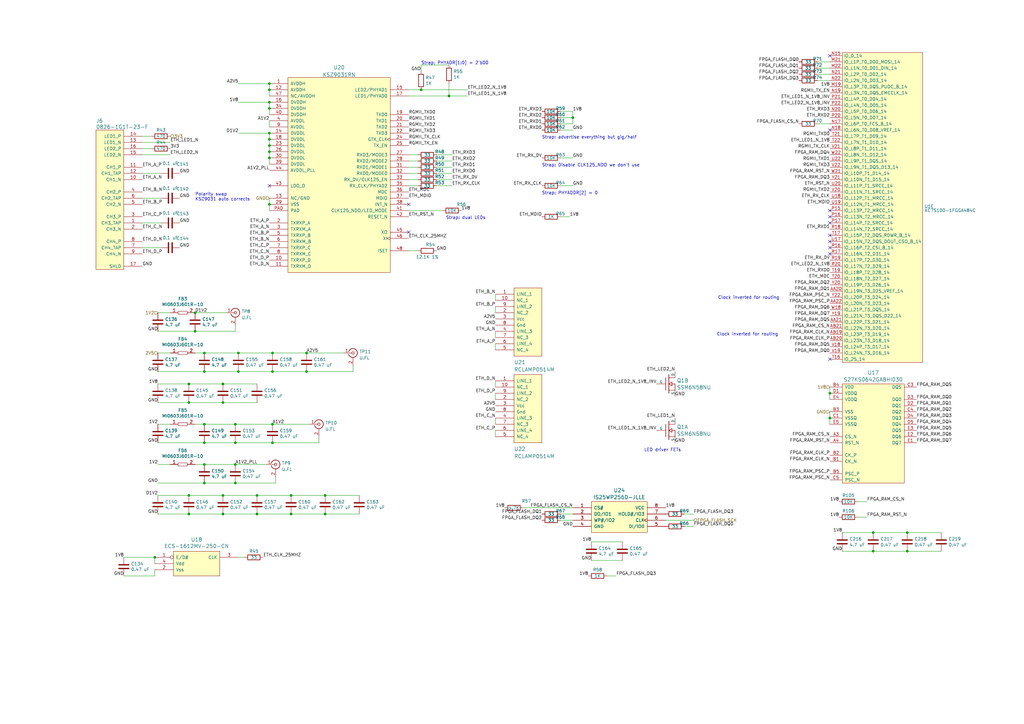
<source format=kicad_sch>
(kicad_sch (version 20231120) (generator "eeschema") (generator_version "8.0")
  (paper "A3")
  (title_block (title "DUMPTRUCK flash dumper") (date "2024-10-23") (rev "0.1") (company "Antikernel Labs") (comment 1 "Andrew D. Zonenberg"))
  (junction (at 372.11 226.06))
  (junction (at 80.01 128.27))
  (junction (at 105.41 210.82))
  (junction (at 105.41 203.2))
  (junction (at 133.35 210.82))
  (junction (at 96.52 173.99))
  (junction (at 110.49 44.45))
  (junction (at 125.73 152.4))
  (junction (at 358.14 218.44))
  (junction (at 111.76 152.4))
  (junction (at 96.52 181.61))
  (junction (at 110.49 59.69))
  (junction (at 110.49 41.91))
  (junction (at 125.73 144.78))
  (junction (at 83.82 144.78))
  (junction (at 97.79 144.78))
  (junction (at 358.14 226.06))
  (junction (at 83.82 181.61))
  (junction (at 184.15 39.37))
  (junction (at 80.01 135.89))
  (junction (at 110.49 57.15))
  (junction (at 110.49 62.23))
  (junction (at 97.79 152.4))
  (junction (at 133.35 203.2))
  (junction (at 77.47 165.1))
  (junction (at 77.47 203.2))
  (junction (at 83.82 173.99))
  (junction (at 77.47 210.82))
  (junction (at 110.49 64.77))
  (junction (at 110.49 83.82))
  (junction (at 111.76 173.99))
  (junction (at 96.52 198.12))
  (junction (at 83.82 190.5))
  (junction (at 340.36 161.29))
  (junction (at 110.49 34.29))
  (junction (at 119.38 203.2))
  (junction (at 96.52 190.5))
  (junction (at 91.44 210.82))
  (junction (at 110.49 54.61))
  (junction (at 83.82 198.12))
  (junction (at 372.11 218.44))
  (junction (at 111.76 144.78))
  (junction (at 119.38 210.82))
  (junction (at 77.47 157.48))
  (junction (at 83.82 152.4))
  (junction (at 172.72 36.83))
  (junction (at 340.36 171.45))
  (junction (at 91.44 157.48))
  (junction (at 91.44 203.2))
  (junction (at 91.44 165.1))
  (junction (at 234.95 48.26))
  (junction (at 63.5 228.6))
  (junction (at 110.49 36.83))
  (junction (at 111.76 181.61))
  (no_connect (at 340.36 88.9))
  (no_connect (at 340.36 147.32))
  (no_connect (at 167.64 83.82))
  (no_connect (at 167.64 95.25))
  (no_connect (at 340.36 101.6))
  (no_connect (at 340.36 104.14))
  (no_connect (at 340.36 91.44))
  (no_connect (at 340.36 99.06))
  (no_connect (at 340.36 53.34))
  (no_connect (at 110.49 76.2))
  (no_connect (at 340.36 96.52))
  (no_connect (at 340.36 86.36))
  (no_connect (at 340.36 22.86))
  (wire (pts (xy 64.77 165.1) (xy 77.47 165.1)))
  (wire (pts (xy 229.87 50.8) (xy 234.95 50.8)))
  (wire (pts (xy 50.8 228.6) (xy 63.5 228.6)))
  (wire (pts (xy 229.87 213.36) (xy 234.95 213.36)))
  (wire (pts (xy 83.82 198.12) (xy 96.52 198.12)))
  (wire (pts (xy 125.73 152.4) (xy 144.78 152.4)))
  (wire (pts (xy 83.82 173.99) (xy 80.01 173.99)))
  (wire (pts (xy 203.2 135.89) (xy 203.2 138.43)))
  (wire (pts (xy 133.35 203.2) (xy 119.38 203.2)))
  (wire (pts (xy 345.44 218.44) (xy 358.14 218.44)))
  (wire (pts (xy 83.82 190.5) (xy 80.01 190.5)))
  (wire (pts (xy 91.44 165.1) (xy 105.41 165.1)))
  (wire (pts (xy 63.5 228.6) (xy 63.5 231.14)))
  (wire (pts (xy 110.49 36.83) (xy 110.49 39.37)))
  (wire (pts (xy 66.04 71.12) (xy 58.42 71.12)))
  (wire (pts (xy 171.45 68.58) (xy 167.64 68.58)))
  (wire (pts (xy 234.95 50.8) (xy 234.95 48.26)))
  (wire (pts (xy 91.44 203.2) (xy 77.47 203.2)))
  (wire (pts (xy 340.36 161.29) (xy 340.36 163.83)))
  (wire (pts (xy 80.01 135.89) (xy 96.52 135.89)))
  (wire (pts (xy 167.64 36.83) (xy 172.72 36.83)))
  (wire (pts (xy 69.85 190.5) (xy 64.77 190.5)))
  (wire (pts (xy 335.28 25.4) (xy 340.36 25.4)))
  (wire (pts (xy 125.73 144.78) (xy 111.76 144.78)))
  (wire (pts (xy 83.82 181.61) (xy 96.52 181.61)))
  (wire (pts (xy 96.52 181.61) (xy 111.76 181.61)))
  (wire (pts (xy 119.38 203.2) (xy 105.41 203.2)))
  (wire (pts (xy 273.05 213.36) (xy 284.48 213.36)))
  (wire (pts (xy 184.15 39.37) (xy 191.77 39.37)))
  (wire (pts (xy 203.2 156.21) (xy 203.2 158.75)))
  (wire (pts (xy 64.77 128.27) (xy 69.85 128.27)))
  (wire (pts (xy 335.28 27.94) (xy 340.36 27.94)))
  (wire (pts (xy 351.79 212.09) (xy 355.6 212.09)))
  (wire (pts (xy 110.49 34.29) (xy 110.49 36.83)))
  (wire (pts (xy 203.2 120.65) (xy 203.2 123.19)))
  (wire (pts (xy 242.57 229.87) (xy 255.27 229.87)))
  (wire (pts (xy 66.04 81.28) (xy 58.42 81.28)))
  (wire (pts (xy 58.42 63.5) (xy 69.85 63.5)))
  (wire (pts (xy 105.41 203.2) (xy 91.44 203.2)))
  (wire (pts (xy 113.03 198.12) (xy 113.03 195.58)))
  (wire (pts (xy 181.61 86.36) (xy 167.64 86.36)))
  (wire (pts (xy 119.38 210.82) (xy 133.35 210.82)))
  (wire (pts (xy 234.95 64.77) (xy 229.87 64.77)))
  (wire (pts (xy 100.33 228.6) (xy 97.79 228.6)))
  (wire (pts (xy 203.2 171.45) (xy 203.2 173.99)))
  (wire (pts (xy 147.32 203.2) (xy 133.35 203.2)))
  (wire (pts (xy 191.77 36.83) (xy 172.72 36.83)))
  (wire (pts (xy 229.87 45.72) (xy 234.95 45.72)))
  (wire (pts (xy 179.07 73.66) (xy 185.42 73.66)))
  (wire (pts (xy 83.82 152.4) (xy 97.79 152.4)))
  (wire (pts (xy 130.81 181.61) (xy 130.81 179.07)))
  (wire (pts (xy 64.77 210.82) (xy 77.47 210.82)))
  (wire (pts (xy 340.36 168.91) (xy 340.36 171.45)))
  (wire (pts (xy 80.01 144.78) (xy 83.82 144.78)))
  (wire (pts (xy 62.23 60.96) (xy 58.42 60.96)))
  (wire (pts (xy 335.28 30.48) (xy 340.36 30.48)))
  (wire (pts (xy 63.5 236.22) (xy 63.5 233.68)))
  (wire (pts (xy 171.45 63.5) (xy 167.64 63.5)))
  (wire (pts (xy 229.87 48.26) (xy 234.95 48.26)))
  (wire (pts (xy 171.45 76.2) (xy 167.64 76.2)))
  (wire (pts (xy 171.45 73.66) (xy 167.64 73.66)))
  (wire (pts (xy 64.77 152.4) (xy 83.82 152.4)))
  (wire (pts (xy 172.72 26.67) (xy 184.15 26.67)))
  (wire (pts (xy 203.2 176.53) (xy 203.2 179.07)))
  (wire (pts (xy 185.42 71.12) (xy 179.07 71.12)))
  (wire (pts (xy 280.67 210.82) (xy 284.48 210.82)))
  (wire (pts (xy 110.49 44.45) (xy 110.49 46.99)))
  (wire (pts (xy 184.15 34.29) (xy 184.15 39.37)))
  (wire (pts (xy 96.52 190.5) (xy 109.22 190.5)))
  (wire (pts (xy 111.76 181.61) (xy 130.81 181.61)))
  (wire (pts (xy 77.47 157.48) (xy 91.44 157.48)))
  (wire (pts (xy 50.8 236.22) (xy 63.5 236.22)))
  (wire (pts (xy 185.42 66.04) (xy 179.07 66.04)))
  (wire (pts (xy 351.79 205.74) (xy 355.6 205.74)))
  (wire (pts (xy 214.63 208.28) (xy 234.95 208.28)))
  (wire (pts (xy 233.68 88.9) (xy 229.87 88.9)))
  (wire (pts (xy 69.85 173.99) (xy 64.77 173.99)))
  (wire (pts (xy 171.45 66.04) (xy 167.64 66.04)))
  (wire (pts (xy 345.44 226.06) (xy 358.14 226.06)))
  (wire (pts (xy 58.42 55.88) (xy 62.23 55.88)))
  (wire (pts (xy 110.49 49.53) (xy 110.49 52.07)))
  (wire (pts (xy 69.85 144.78) (xy 64.77 144.78)))
  (wire (pts (xy 184.15 39.37) (xy 167.64 39.37)))
  (wire (pts (xy 111.76 152.4) (xy 125.73 152.4)))
  (wire (pts (xy 97.79 41.91) (xy 110.49 41.91)))
  (wire (pts (xy 96.52 135.89) (xy 96.52 133.35)))
  (wire (pts (xy 340.36 171.45) (xy 340.36 173.99)))
  (wire (pts (xy 64.77 198.12) (xy 83.82 198.12)))
  (wire (pts (xy 234.95 76.2) (xy 229.87 76.2)))
  (wire (pts (xy 179.07 63.5) (xy 185.42 63.5)))
  (wire (pts (xy 91.44 157.48) (xy 105.41 157.48)))
  (wire (pts (xy 172.72 29.21) (xy 172.72 26.67)))
  (wire (pts (xy 185.42 76.2) (xy 179.07 76.2)))
  (wire (pts (xy 66.04 101.6) (xy 58.42 101.6)))
  (wire (pts (xy 280.67 215.9) (xy 284.48 215.9)))
  (wire (pts (xy 111.76 173.99) (xy 127 173.99)))
  (wire (pts (xy 234.95 53.34) (xy 229.87 53.34)))
  (wire (pts (xy 171.45 102.87) (xy 167.64 102.87)))
  (wire (pts (xy 110.49 62.23) (xy 110.49 64.77)))
  (wire (pts (xy 97.79 54.61) (xy 110.49 54.61)))
  (wire (pts (xy 110.49 64.77) (xy 110.49 67.31)))
  (wire (pts (xy 110.49 54.61) (xy 110.49 57.15)))
  (wire (pts (xy 229.87 210.82) (xy 234.95 210.82)))
  (wire (pts (xy 358.14 226.06) (xy 372.11 226.06)))
  (wire (pts (xy 105.41 210.82) (xy 119.38 210.82)))
  (wire (pts (xy 125.73 144.78) (xy 140.97 144.78)))
  (wire (pts (xy 97.79 144.78) (xy 83.82 144.78)))
  (wire (pts (xy 77.47 165.1) (xy 91.44 165.1)))
  (wire (pts (xy 111.76 173.99) (xy 96.52 173.99)))
  (wire (pts (xy 110.49 41.91) (xy 110.49 44.45)))
  (wire (pts (xy 133.35 210.82) (xy 147.32 210.82)))
  (wire (pts (xy 358.14 218.44) (xy 372.11 218.44)))
  (wire (pts (xy 77.47 210.82) (xy 91.44 210.82)))
  (wire (pts (xy 110.49 57.15) (xy 110.49 59.69)))
  (wire (pts (xy 110.49 59.69) (xy 110.49 62.23)))
  (wire (pts (xy 248.92 236.22) (xy 252.73 236.22)))
  (wire (pts (xy 111.76 144.78) (xy 97.79 144.78)))
  (wire (pts (xy 340.36 158.75) (xy 340.36 161.29)))
  (wire (pts (xy 171.45 71.12) (xy 167.64 71.12)))
  (wire (pts (xy 91.44 210.82) (xy 105.41 210.82)))
  (wire (pts (xy 77.47 203.2) (xy 64.77 203.2)))
  (wire (pts (xy 110.49 83.82) (xy 110.49 86.36)))
  (wire (pts (xy 144.78 152.4) (xy 144.78 149.86)))
  (wire (pts (xy 335.28 33.02) (xy 340.36 33.02)))
  (wire (pts (xy 58.42 58.42) (xy 69.85 58.42)))
  (wire (pts (xy 96.52 190.5) (xy 83.82 190.5)))
  (wire (pts (xy 97.79 152.4) (xy 111.76 152.4)))
  (wire (pts (xy 203.2 161.29) (xy 203.2 163.83)))
  (wire (pts (xy 179.07 68.58) (xy 185.42 68.58)))
  (wire (pts (xy 234.95 48.26) (xy 234.95 45.72)))
  (wire (pts (xy 372.11 226.06) (xy 386.08 226.06)))
  (wire (pts (xy 96.52 173.99) (xy 83.82 173.99)))
  (wire (pts (xy 58.42 91.44) (xy 66.04 91.44)))
  (wire (pts (xy 64.77 157.48) (xy 77.47 157.48)))
  (wire (pts (xy 335.28 50.8) (xy 340.36 50.8)))
  (wire (pts (xy 64.77 181.61) (xy 83.82 181.61)))
  (wire (pts (xy 203.2 125.73) (xy 203.2 128.27)))
  (wire (pts (xy 372.11 218.44) (xy 386.08 218.44)))
  (wire (pts (xy 97.79 34.29) (xy 110.49 34.29)))
  (wire (pts (xy 203.2 140.97) (xy 203.2 143.51)))
  (wire (pts (xy 64.77 135.89) (xy 80.01 135.89)))
  (wire (pts (xy 255.27 222.25) (xy 242.57 222.25)))
  (wire (pts (xy 110.49 81.28) (xy 110.49 83.82)))
  (wire (pts (xy 80.01 128.27) (xy 92.71 128.27)))
  (wire (pts (xy 96.52 198.12) (xy 113.03 198.12)))
  (text "Strap: Disable CLK125_NDO we don't use" (at 222.25 68.58 0) (effects (font (size 1.27 1.27)) (justify left bottom)))
  (text "Strap: dual LEDs" (at 182.88 90.17 0) (effects (font (size 1.27 1.27)) (justify left bottom)))
  (text "Strap: PHYADDR[2] = 0" (at 222.25 80.01 0) (effects (font (size 1.27 1.27)) (justify left bottom)))
  (text "LED driver FETs" (at 264.16 184.658 0) (effects (font (size 1.27 1.27)) (justify left)))
  (text "Polarity swap\nKSZ9031 auto corrects" (at 80.01 82.55 0) (effects (font (size 1.27 1.27)) (justify left bottom)))
  (text "Strap: advertise everything but gig/half" (at 222.25 57.15 0) (effects (font (size 1.27 1.27)) (justify left bottom)))
  (text "Clock inverted for routing" (at 307.086 122.174 0) (effects (font (size 1.27 1.27))))
  (text "Clock inverted for routing" (at 306.578 137.16 0) (effects (font (size 1.27 1.27))))
  (text "Strap: PHYADR[1:0] = 2'b00" (at 172.72 26.67 0) (effects (font (size 1.27 1.27)) (justify left bottom)))
  (label "ETH_RXD2" (at 185.42 66.04 0))
  (label "ETH_A_P" (at 110.49 91.44 180))
  (label "ETH_RXD0" (at 222.25 53.34 180))
  (label "1V8" (at 242.57 222.25 180))
  (label "GND" (at 50.8 236.22 180))
  (label "ETH_C_P" (at 203.2 176.53 180))
  (label "1V8" (at 241.3 236.22 180))
  (label "ETH_RX_DV" (at 340.36 106.68 180))
  (label "FPGA_FLASH_DQ3" (at 252.73 236.22 0))
  (label "FPGA_RAM_DQ1" (at 375.92 166.37 0))
  (label "A2V5" (at 203.2 166.37 180))
  (label "ETH_A_P" (at 58.42 68.58 0))
  (label "ETH_LED1_N_1V8_INV" (at 269.24 176.53 180))
  (label "ETH_RXD2" (at 340.36 48.26 180))
  (label "RGMII_TXD0" (at 167.64 46.99 0))
  (label "3V3" (at 69.85 60.96 0))
  (label "FPGA_RAM_DQ3" (at 340.36 73.66 180))
  (label "GND" (at 234.95 64.77 0))
  (label "FPGA_FLASH_DQ1" (at 222.25 210.82 180))
  (label "ETH_RST_N" (at 340.36 76.2 180))
  (label "FPGA_RAM_DQS" (at 340.36 132.08 180))
  (label "ETH_C_N" (at 203.2 171.45 180))
  (label "GND" (at 73.66 71.12 0))
  (label "FPGA_RAM_DQ6" (at 375.92 179.07 0))
  (label "ETH_LED2_N" (at 69.85 63.5 0))
  (label "1V8" (at 50.8 228.6 180))
  (label "FPGA_FLASH_DQ3" (at 284.48 210.82 0))
  (label "ETH_RXD1" (at 185.42 68.58 0))
  (label "FPGA_FLASH_CS_N" (at 234.95 208.28 180))
  (label "FPGA_RAM_DQ0" (at 340.36 144.78 180))
  (label "GND" (at 203.2 168.91 180))
  (label "ETH_LED2_N_1V8_INV" (at 340.36 43.18 180))
  (label "FPGA_RAM_CS_N" (at 340.36 179.07 180))
  (label "GND" (at 73.66 81.28 0))
  (label "ETH_B_N" (at 58.42 78.74 0))
  (label "D1V2" (at 64.77 203.2 180))
  (label "FPGA_RAM_DQ5" (at 340.36 142.24 180))
  (label "ETH_RXD1" (at 340.36 93.98 180))
  (label "ETH_RXD2" (at 222.25 48.26 180))
  (label "ETH_LED2_N_1V8" (at 191.77 36.83 0))
  (label "ETH_RXD3" (at 340.36 45.72 180))
  (label "ETH_RX_CLK" (at 340.36 81.28 180))
  (label "FPGA_RAM_PSC_N" (at 340.36 196.85 180))
  (label "FPGA_RAM_DQ2" (at 340.36 116.84 180))
  (label "ETH_LED1_N" (at 69.85 58.42 0))
  (label "ETH_D_N" (at 110.49 109.22 180))
  (label "ETH_B_N" (at 203.2 120.65 180))
  (label "ETH_RX_CLK" (at 222.25 76.2 180))
  (label "ETH_RXD0" (at 185.42 71.12 0))
  (label "GND" (at 73.66 101.6 0))
  (label "ETH_LED1_N_1V8_INV" (at 340.36 40.64 180))
  (label "GND" (at 234.95 53.34 0))
  (label "ETH_RXD0" (at 340.36 111.76 180))
  (label "ETH_D_P" (at 203.2 161.29 180))
  (label "RGMII_TXD1" (at 340.36 66.04 180))
  (label "GND" (at 64.77 210.82 180))
  (label "A1V2" (at 111.76 173.99 0))
  (label "1V8" (at 64.77 157.48 180))
  (label "1V2" (at 64.77 173.99 180))
  (label "FPGA_RAM_DQ3" (at 375.92 171.45 0))
  (label "A2V5" (at 97.79 34.29 180))
  (label "FPGA_RAM_RST_N" (at 355.6 212.09 0))
  (label "ETH_LED1_N_1V8" (at 340.36 58.42 180))
  (label "FPGA_RAM_CS_N" (at 355.6 205.74 0))
  (label "1V8" (at 189.23 86.36 0))
  (label "GND" (at 73.66 91.44 0))
  (label "1V8" (at 233.68 88.9 0))
  (label "1V8" (at 340.36 35.56 180))
  (label "GND" (at 345.44 226.06 180))
  (label "RGMII_TXD1" (at 167.64 49.53 0))
  (label "ETH_C_P" (at 110.49 101.6 180))
  (label "GND" (at 276.86 181.61 0))
  (label "ETH_LED2_N_1V8" (at 340.36 109.22 180))
  (label "ETH_LED2_N" (at 276.86 152.4 180))
  (label "FPGA_RAM_DQ5" (at 375.92 176.53 0))
  (label "ETH_MDC" (at 340.36 114.3 180))
  (label "ETH_D_P" (at 110.49 106.68 180))
  (label "1V8" (at 207.01 208.28 180))
  (label "GND" (at 64.77 152.4 180))
  (label "FPGA_RAM_CLK_N" (at 340.36 189.23 180))
  (label "FPGA_RAM_CLK_P" (at 340.36 139.7 180))
  (label "FPGA_RAM_PSC_P" (at 340.36 124.46 180))
  (label "FPGA_FLASH_CS_N" (at 327.66 50.8 180))
  (label "ETH_RXD1" (at 222.25 50.8 180))
  (label "1V8" (at 345.44 218.44 180))
  (label "RGMII_TX_EN" (at 340.36 38.1 180))
  (label "ETH_C_N" (at 110.49 104.14 180))
  (label "ETH_CLK_25MHZ" (at 167.64 97.79 0))
  (label "FPGA_RAM_DQ4" (at 340.36 63.5 180))
  (label "FPGA_RAM_DQ1" (at 340.36 119.38 180))
  (label "RGMII_TXD3" (at 167.64 54.61 0))
  (label "FPGA_RAM_DQ7" (at 340.36 129.54 180))
  (label "GND" (at 242.57 229.87 180))
  (label "RGMII_TX_EN" (at 167.64 59.69 0))
  (label "ETH_MDIO" (at 167.64 81.28 0))
  (label "A1V2_PLL" (at 110.49 69.85 180))
  (label "FPGA_FLASH_DQ0" (at 284.48 215.9 0))
  (label "RGMII_TX_CLK" (at 167.64 57.15 0))
  (label "GND" (at 64.77 165.1 180))
  (label "GND" (at 276.86 162.56 0))
  (label "ETH_MDIO" (at 222.25 88.9 180))
  (label "RGMII_TX_CLK" (at 340.36 60.96 180))
  (label "ETH_C_N" (at 58.42 93.98 0))
  (label "A2V5" (at 125.73 144.78 0))
  (label "FPGA_RAM_CLK_P" (at 340.36 186.69 180))
  (label "FPGA_RAM_DQ7" (at 375.92 181.61 0))
  (label "D1V2" (at 97.79 54.61 180))
  (label "ETH_LED1_N" (at 276.86 171.45 180))
  (label "FPGA_RAM_DQ6" (at 340.36 127 180))
  (label "ETH_RST_N" (at 167.64 88.9 0))
  (label "FPGA_FLASH_DQ2" (at 222.25 213.36 180))
  (label "ETH_D_N" (at 203.2 156.21 180))
  (label "A1V2_PLL" (at 96.52 190.5 0))
  (label "ETH_A_P" (at 203.2 140.97 180))
  (label "ETH_MDIO" (at 340.36 83.82 180))
  (label "ETH_B_P" (at 203.2 125.73 180))
  (label "D1V2" (at 80.01 128.27 0))
  (label "ETH_B_P" (at 110.49 96.52 180))
  (label "1V8" (at 234.95 45.72 0))
  (label "GND" (at 64.77 181.61 180))
  (label "FPGA_FLASH_DQ2" (at 327.66 30.48 180))
  (label "ETH_A_N" (at 203.2 135.89 180))
  (label "ETH_RX_CLK" (at 185.42 76.2 0))
  (label "GND" (at 203.2 133.35 180))
  (label "RGMII_TXD3" (at 340.36 68.58 180))
  (label "FPGA_RAM_CLK_N" (at 340.36 137.16 180))
  (label "FPGA_RAM_RST_N" (at 340.36 181.61 180))
  (label "ETH_B_N" (at 110.49 99.06 180))
  (label "FPGA_FLASH_DQ0" (at 327.66 25.4 180))
  (label "1V2" (at 64.77 190.5 180))
  (label "ETH_C_P" (at 58.42 88.9 0))
  (label "ETH_D_N" (at 58.42 99.06 0))
  (label "ETH_B_P" (at 58.42 83.82 0))
  (label "FPGA_RAM_DQ2" (at 375.92 168.91 0))
  (label "1V8" (at 344.17 205.74 180))
  (label "FPGA_RAM_DQ4" (at 375.92 173.99 0))
  (label "FPGA_FLASH_DQ1" (at 327.66 27.94 180))
  (label "A2V5" (at 203.2 130.81 180))
  (label "FPGA_RAM_PSC_P" (at 340.36 194.31 180))
  (label "FPGA_RAM_DQ0" (at 375.92 163.83 0))
  (label "GND" (at 172.72 29.21 180))
  (label "ETH_LED1_N_1V8" (at 191.77 39.37 0))
  (label "ETH_MDC" (at 167.64 78.74 0))
  (label "ETH_RXD3" (at 185.42 63.5 0))
  (label "ETH_RX_DV" (at 222.25 64.77 180))
  (label "ETH_CLK_25MHZ" (at 107.95 228.6 0))
  (label "FPGA_RAM_RST_N" (at 340.36 71.12 180))
  (label "FPGA_RAM_PSC_N" (at 340.36 121.92 180))
  (label "ETH_A_N" (at 58.42 73.66 0))
  (label "1V8" (at 344.17 212.09 180))
  (label "ETH_RX_DV" (at 185.42 73.66 0))
  (label "ETH_D_P" (at 58.42 104.14 0))
  (label "1V8" (at 273.05 208.28 0))
  (label "GND" (at 64.77 135.89 180))
  (label "GND" (at 179.07 102.87 0))
  (label "GND" (at 234.95 76.2 0))
  (label "GND" (at 234.95 215.9 180))
  (label "ETH_RXD3" (at 222.25 45.72 180))
  (label "RGMII_TXD2" (at 167.64 52.07 0))
  (label "RGMII_TXD2" (at 340.36 78.74 180))
  (label "A1V2" (at 110.49 49.53 180))
  (label "GND" (at 58.42 109.22 0))
  (label "GND" (at 64.77 198.12 180))
  (label "FPGA_FLASH_DQ3" (at 327.66 33.02 180))
  (label "RGMII_TXD0" (at 340.36 55.88 180))
  (label "FPGA_RAM_CS_N" (at 340.36 134.62 180))
  (label "ETH_LED2_N_1V8_INV" (at 269.24 157.48 180))
  (label "1V8" (at 97.79 41.91 180))
  (label "FPGA_RAM_DQS" (at 375.92 158.75 0))
  (label "ETH_A_N" (at 110.49 93.98 180))
  (hierarchical_label "1V8" (shape input) (at 340.36 158.75 180))
  (hierarchical_label "FPGA_FLASH_SCK" (shape input) (at 284.48 213.36 0))
  (hierarchical_label "GND" (shape input) (at 340.36 168.91 180))
  (hierarchical_label "3V3" (shape input) (at 69.85 55.88 0))
  (hierarchical_label "2V5" (shape input) (at 64.77 144.78 180))
  (hierarchical_label "1V2" (shape input) (at 64.77 128.27 180))
  (hierarchical_label "GND" (shape input) (at 110.49 81.28 180))
  (symbol (lib_id "device:R") (at 226.06 53.34 270) (unit 1)
    (property "Reference" "R62" (at 229.87 52.07 90))
    (property "Value" "10K" (at 226.06 53.34 90))
    (property "Footprint" "azonenberg_pcb:EIA_0402_RES_NOSILK" (effects (hide yes)))
  )
  (symbol (lib_id "device:R") (at 185.42 86.36 270) (unit 1)
    (property "Reference" "R56" (at 189.23 83.82 90))
    (property "Value" "10K" (at 185.42 86.36 90))
    (property "Footprint" "azonenberg_pcb:EIA_0402_RES_NOSILK" (effects (hide yes)))
  )
  (symbol (lib_id "memory-azonenberg:W25Q80BV") (at 254 218.44 0) (unit 1)
    (property "Reference" "U24" (at 254 201.1096 0) (effects (font (size 1.524 1.524))))
    (property "Value" "IS25WP256D-JLLE" (at 254 203.9425 0) (effects (font (size 1.524 1.524))))
    (property "Footprint" "azonenberg_pcb:DFN_8_1.27MM_8x6MM" (effects (hide yes)))
  )
  (symbol (lib_id "conn:CONN_COAXIAL") (at 96.52 128.27 0) (unit 1)
    (property "Reference" "TP8" (at 99.0601 127.7285 0) (effects (justify left)))
    (property "Value" "U.FL" (at 99.0601 130.2654 0) (effects (justify left)))
    (property "Footprint" "azonenberg_pcb:CONN_U.FL_TE_1909763-1" (effects (hide yes)))
  )
  (symbol (lib_id "device:R") (at 226.06 48.26 270) (unit 1)
    (property "Reference" "R60" (at 229.87 46.99 90))
    (property "Value" "10K" (at 226.06 48.26 90))
    (property "Footprint" "azonenberg_pcb:EIA_0402_RES_NOSILK" (effects (hide yes)))
  )
  (symbol (lib_id "device:C") (at 91.44 161.29 0) (unit 1)
    (property "Reference" "C151" (at 94.361 160.1216 0) (effects (justify left)))
    (property "Value" "0.47 uF" (at 94.361 162.433 0) (effects (justify left)))
    (property "Footprint" "azonenberg_pcb:EIA_0402_CAP_NOSILK" (effects (hide yes)))
  )
  (symbol (lib_id "device:C") (at 345.44 222.25 0) (unit 1)
    (property "Reference" "C216" (at 348.361 221.0378 0) (effects (justify left)))
    (property "Value" "4.7 uF" (at 348.361 223.4621 0) (effects (justify left)))
    (property "Footprint" "azonenberg_pcb:EIA_0603_CAP_NOSILK" (effects (hide yes)))
    (property "Description" "Unpolarized capacitor" (effects (hide yes)))
  )
  (symbol (lib_id "device:R") (at 226.06 50.8 270) (unit 1)
    (property "Reference" "R61" (at 229.87 49.53 90))
    (property "Value" "10K" (at 226.06 50.8 90))
    (property "Footprint" "azonenberg_pcb:EIA_0402_RES_NOSILK" (effects (hide yes)))
  )
  (symbol (lib_id "device:C") (at 83.82 194.31 0) (unit 1)
    (property "Reference" "C150" (at 86.741 193.1416 0) (effects (justify left)))
    (property "Value" "4.7 uF" (at 86.741 195.453 0) (effects (justify left)))
    (property "Footprint" "azonenberg_pcb:EIA_0603_CAP_NOSILK" (effects (hide yes)))
  )
  (symbol (lib_id "device:R") (at 226.06 76.2 270) (unit 1)
    (property "Reference" "R64" (at 229.87 74.93 90))
    (property "Value" "10K" (at 226.06 76.2 90))
    (property "Footprint" "azonenberg_pcb:EIA_0402_RES_NOSILK" (effects (hide yes)))
  )
  (symbol (lib_id "device:R") (at 331.47 33.02 90) (unit 1)
    (property "Reference" "R74" (at 335.28 31.75 90))
    (property "Value" "33" (at 331.47 33.02 90))
    (property "Footprint" "azonenberg_pcb:EIA_0402_RES_NOSILK" (effects (hide yes)))
  )
  (symbol (lib_id "device:R") (at 245.11 236.22 90) (unit 1)
    (property "Reference" "R58" (at 245.11 233.68 90))
    (property "Value" "1K" (at 245.11 236.22 90))
    (property "Footprint" "azonenberg_pcb:EIA_0402_RES_NOSILK" (effects (hide yes)))
  )
  (symbol (lib_id "device:R") (at 175.26 71.12 270) (unit 1)
    (property "Reference" "R51" (at 180.34 69.85 90))
    (property "Value" "33" (at 175.26 71.12 90))
    (property "Footprint" "azonenberg_pcb:EIA_0402_RES_NOSILK" (effects (hide yes)))
  )
  (symbol (lib_id "special-azonenberg:SSM6N58NU_DUAL_NMOS") (at 274.32 176.53 0) (unit 1)
    (property "Reference" "Q1" (at 277.5966 175.1135 0) (effects (font (size 1.524 1.524)) (justify left)))
    (property "Value" "SSM6N58NU" (at 277.5966 177.9464 0) (effects (font (size 1.524 1.524)) (justify left)))
    (property "Footprint" "azonenberg_pcb:DFN_6_0.65MM_2x2MM_GDS" (effects (hide yes)))
    (property "Datasheet" "transistors/mos/*.*" (effects (hide yes)))
  )
  (symbol (lib_id "device:R") (at 175.26 63.5 270) (unit 1)
    (property "Reference" "R48" (at 180.34 62.23 90))
    (property "Value" "33" (at 175.26 63.5 90))
    (property "Footprint" "azonenberg_pcb:EIA_0402_RES_NOSILK" (effects (hide yes)))
  )
  (symbol (lib_id "device:R") (at 175.26 102.87 270) (unit 1)
    (property "Reference" "R54" (at 176.53 100.33 90))
    (property "Value" "12.1K 1%" (at 175.26 105.41 90))
    (property "Footprint" "azonenberg_pcb:EIA_0402_RES_NOSILK" (effects (hide yes)))
  )
  (symbol (lib_id "device:R") (at 175.26 68.58 270) (unit 1)
    (property "Reference" "R50" (at 180.34 67.31 90))
    (property "Value" "33" (at 175.26 68.58 90))
    (property "Footprint" "azonenberg_pcb:EIA_0402_RES_NOSILK" (effects (hide yes)))
  )
  (symbol (lib_id "special-azonenberg:RCLAMP0514M") (at 210.82 146.05 0) (unit 1)
    (property "Reference" "U21" (at 210.82 148.59 0) (effects (font (size 1.524 1.524)) (justify left)))
    (property "Value" "RCLAMP0514M" (at 210.82 151.5834 0) (effects (font (size 1.524 1.524)) (justify left)))
    (property "Footprint" "azonenberg_pcb:SOP_10_0.5MM_3MM" (effects (hide yes)))
  )
  (symbol (lib_id "device:C") (at 105.41 161.29 0) (unit 1)
    (property "Reference" "C156" (at 108.331 160.1216 0) (effects (justify left)))
    (property "Value" "0.47 uF" (at 108.331 162.433 0) (effects (justify left)))
    (property "Footprint" "azonenberg_pcb:EIA_0402_CAP_NOSILK" (effects (hide yes)))
  )
  (symbol (lib_id "device:R") (at 347.98 212.09 90) (unit 1)
    (property "Reference" "R106" (at 347.98 209.55 90))
    (property "Value" "10K" (at 347.98 212.09 90))
    (property "Footprint" "azonenberg_pcb:EIA_0402_RES_NOSILK" (effects (hide yes)))
  )
  (symbol (lib_id "passive-azonenberg:FERRITE_SMALL2") (at 74.93 190.5 0) (unit 1)
    (property "Reference" "FB6" (at 74.93 184.785 0))
    (property "Value" "MI0603J601R-10" (at 74.93 187.0964 0))
    (property "Footprint" "azonenberg_pcb:EIA_0603_INDUCTOR_NOSILK" (effects (hide yes)))
  )
  (symbol (lib_id "device:R") (at 331.47 27.94 90) (unit 1)
    (property "Reference" "R72" (at 335.28 26.67 90))
    (property "Value" "33" (at 331.47 27.94 90))
    (property "Footprint" "azonenberg_pcb:EIA_0402_RES_NOSILK" (effects (hide yes)))
  )
  (symbol (lib_id "device:C") (at 96.52 194.31 0) (unit 1)
    (property "Reference" "C154" (at 99.441 193.1416 0) (effects (justify left)))
    (property "Value" "0.47 uF" (at 99.441 195.453 0) (effects (justify left)))
    (property "Footprint" "azonenberg_pcb:EIA_0402_CAP_NOSILK" (effects (hide yes)))
  )
  (symbol (lib_id "device:C") (at 91.44 207.01 0) (unit 1)
    (property "Reference" "C152" (at 94.361 205.8416 0) (effects (justify left)))
    (property "Value" "0.47 uF" (at 94.361 208.153 0) (effects (justify left)))
    (property "Footprint" "azonenberg_pcb:EIA_0402_CAP_NOSILK" (effects (hide yes)))
  )
  (symbol (lib_id "device:C") (at 83.82 148.59 0) (unit 1)
    (property "Reference" "C148" (at 86.741 147.4216 0) (effects (justify left)))
    (property "Value" "4.7 uF" (at 86.741 149.733 0) (effects (justify left)))
    (property "Footprint" "azonenberg_pcb:EIA_0603_CAP_NOSILK" (effects (hide yes)))
  )
  (symbol (lib_id "device:R") (at 226.06 45.72 270) (unit 1)
    (property "Reference" "R59" (at 229.87 44.45 90))
    (property "Value" "10K" (at 226.06 45.72 90))
    (property "Footprint" "azonenberg_pcb:EIA_0402_RES_NOSILK" (effects (hide yes)))
  )
  (symbol (lib_id "device:C") (at 50.8 232.41 0) (unit 1)
    (property "Reference" "C134" (at 53.721 231.2416 0) (effects (justify left)))
    (property "Value" "0.47 uF" (at 53.721 233.553 0) (effects (justify left)))
    (property "Footprint" "azonenberg_pcb:EIA_0402_CAP_NOSILK" (effects (hide yes)))
  )
  (symbol (lib_id "special-azonenberg:RCLAMP0514M") (at 210.82 181.61 0) (unit 1)
    (property "Reference" "U22" (at 210.82 184.15 0) (effects (font (size 1.524 1.524)) (justify left)))
    (property "Value" "RCLAMP0514M" (at 210.82 187.1434 0) (effects (font (size 1.524 1.524)) (justify left)))
    (property "Footprint" "azonenberg_pcb:SOP_10_0.5MM_3MM" (effects (hide yes)))
  )
  (symbol (lib_id "device:R") (at 175.26 76.2 270) (unit 1)
    (property "Reference" "R53" (at 180.34 74.93 90))
    (property "Value" "33" (at 175.26 76.2 90))
    (property "Footprint" "azonenberg_pcb:EIA_0402_RES_NOSILK" (effects (hide yes)))
  )
  (symbol (lib_id "device:C") (at 97.79 148.59 0) (unit 1)
    (property "Reference" "C155" (at 100.711 147.4216 0) (effects (justify left)))
    (property "Value" "0.47 uF" (at 100.711 149.733 0) (effects (justify left)))
    (property "Footprint" "azonenberg_pcb:EIA_0402_CAP_NOSILK" (effects (hide yes)))
  )
  (symbol (lib_id "device:C") (at 125.73 148.59 0) (unit 1)
    (property "Reference" "C161" (at 128.651 147.4216 0) (effects (justify left)))
    (property "Value" "0.47 uF" (at 128.651 149.733 0) (effects (justify left)))
    (property "Footprint" "azonenberg_pcb:EIA_0402_CAP_NOSILK" (effects (hide yes)))
  )
  (symbol (lib_id "special-azonenberg:SSM6N58NU_DUAL_NMOS") (at 274.32 157.48 0) (unit 2)
    (property "Reference" "Q1" (at 277.5966 156.0635 0) (effects (font (size 1.524 1.524)) (justify left)))
    (property "Value" "SSM6N58NU" (at 277.5966 158.8964 0) (effects (font (size 1.524 1.524)) (justify left)))
    (property "Footprint" "azonenberg_pcb:DFN_6_0.65MM_2x2MM_GDS" (effects (hide yes)))
    (property "Datasheet" "transistors/mos/*.*" (effects (hide yes)))
  )
  (symbol (lib_id "device:C") (at 69.85 81.28 270) (unit 1)
    (property "Reference" "C142" (at 74.93 77.47 90))
    (property "Value" "0.1 uF" (at 69.85 77.1906 90))
    (property "Footprint" "azonenberg_pcb:EIA_0402_CAP_NOSILK" (effects (hide yes)))
  )
  (symbol (lib_id "device:C") (at 372.11 222.25 0) (unit 1)
    (property "Reference" "C218" (at 375.031 221.0378 0) (effects (justify left)))
    (property "Value" "0.47 uF" (at 375.031 223.4621 0) (effects (justify left)))
    (property "Footprint" "azonenberg_pcb:EIA_0402_CAP_NOSILK" (effects (hide yes)))
    (property "Description" "Unpolarized capacitor" (effects (hide yes)))
  )
  (symbol (lib_id "device:C") (at 64.77 161.29 0) (unit 1)
    (property "Reference" "C138" (at 67.691 160.1216 0) (effects (justify left)))
    (property "Value" "4.7 uF" (at 67.691 162.433 0) (effects (justify left)))
    (property "Footprint" "azonenberg_pcb:EIA_0603_CAP_NOSILK" (effects (hide yes)))
  )
  (symbol (lib_id "conn:CONN_COAXIAL") (at 130.81 173.99 0) (unit 1)
    (property "Reference" "TP10" (at 133.3501 173.4485 0) (effects (justify left)))
    (property "Value" "U.FL" (at 133.3501 175.9854 0) (effects (justify left)))
    (property "Footprint" "azonenberg_pcb:CONN_U.FL_TE_1909763-1" (effects (hide yes)))
  )
  (symbol (lib_id "device:R") (at 210.82 208.28 270) (unit 1)
    (property "Reference" "R57" (at 215.9 205.486 90))
    (property "Value" "4.7K" (at 210.82 208.28 90))
    (property "Footprint" "azonenberg_pcb:EIA_0402_RES_NOSILK" (effects (hide yes)))
  )
  (symbol (lib_id "special-azonenberg:KSZ9031RN") (at 118.11 111.76 0) (unit 1)
    (property "Reference" "U20" (at 139.065 27.6659 0) (effects (font (size 1.524 1.524))))
    (property "Value" "KSZ9031RN" (at 139.065 30.6593 0) (effects (font (size 1.524 1.524))))
    (property "Footprint" "azonenberg_pcb:QFN_48_0.5MM_7x7MM" (effects (hide yes)))
  )
  (symbol (lib_id "device:C") (at 147.32 207.01 0) (unit 1)
    (property "Reference" "C163" (at 150.241 205.8416 0) (effects (justify left)))
    (property "Value" "0.47 uF" (at 150.241 208.153 0) (effects (justify left)))
    (property "Footprint" "azonenberg_pcb:EIA_0402_CAP_NOSILK" (effects (hide yes)))
  )
  (symbol (lib_id "device:C") (at 77.47 207.01 0) (unit 1)
    (property "Reference" "C146" (at 80.391 205.8416 0) (effects (justify left)))
    (property "Value" "0.47 uF" (at 80.391 208.153 0) (effects (justify left)))
    (property "Footprint" "azonenberg_pcb:EIA_0402_CAP_NOSILK" (effects (hide yes)))
  )
  (symbol (lib_id "device:R") (at 66.04 60.96 270) (unit 1)
    (property "Reference" "R44" (at 66.04 58.42 90))
    (property "Value" "470" (at 66.04 60.96 90))
    (property "Footprint" "azonenberg_pcb:EIA_0402_RES_NOSILK" (effects (hide yes)))
  )
  (symbol (lib_id "device:C") (at 69.85 91.44 270) (unit 1)
    (property "Reference" "C143" (at 74.93 87.63 90))
    (property "Value" "0.1 uF" (at 69.85 87.3506 90))
    (property "Footprint" "azonenberg_pcb:EIA_0402_CAP_NOSILK" (effects (hide yes)))
  )
  (symbol (lib_id "device:C") (at 69.85 101.6 270) (unit 1)
    (property "Reference" "C144" (at 74.93 97.79 90))
    (property "Value" "0.1 uF" (at 69.85 97.5106 90))
    (property "Footprint" "azonenberg_pcb:EIA_0402_CAP_NOSILK" (effects (hide yes)))
  )
  (symbol (lib_id "device:C") (at 69.85 71.12 270) (unit 1)
    (property "Reference" "C141" (at 74.93 67.31 90))
    (property "Value" "0.1 uF" (at 69.85 67.0306 90))
    (property "Footprint" "azonenberg_pcb:EIA_0402_CAP_NOSILK" (effects (hide yes)))
  )
  (symbol (lib_id "device:R") (at 184.15 30.48 0) (unit 1)
    (property "Reference" "R55" (at 185.928 29.3116 0) (effects (justify left)))
    (property "Value" "1K" (at 185.928 31.623 0) (effects (justify left)))
    (property "Footprint" "azonenberg_pcb:EIA_0402_RES_NOSILK" (effects (hide yes)))
  )
  (symbol (lib_id "device:R") (at 175.26 73.66 270) (unit 1)
    (property "Reference" "R52" (at 180.34 72.39 90))
    (property "Value" "33" (at 175.26 73.66 90))
    (property "Footprint" "azonenberg_pcb:EIA_0402_RES_NOSILK" (effects (hide yes)))
  )
  (symbol (lib_id "device:C") (at 80.01 132.08 0) (unit 1)
    (property "Reference" "C147" (at 82.931 130.9116 0) (effects (justify left)))
    (property "Value" "4.7 uF" (at 82.931 133.223 0) (effects (justify left)))
    (property "Footprint" "azonenberg_pcb:EIA_0603_CAP_NOSILK" (effects (hide yes)))
  )
  (symbol (lib_id "device:R") (at 226.06 88.9 270) (unit 1)
    (property "Reference" "R65" (at 229.87 87.63 90))
    (property "Value" "1K" (at 226.06 88.9 90))
    (property "Footprint" "azonenberg_pcb:EIA_0402_RES_NOSILK" (effects (hide yes)))
  )
  (symbol (lib_id "device:C") (at 255.27 226.06 0) (unit 1)
    (property "Reference" "C165" (at 258.191 224.8916 0) (effects (justify left)))
    (property "Value" "0.47 uF" (at 258.191 227.203 0) (effects (justify left)))
    (property "Footprint" "azonenberg_pcb:EIA_0402_CAP_NOSILK" (effects (hide yes)))
  )
  (symbol (lib_id "device:C") (at 133.35 207.01 0) (unit 1)
    (property "Reference" "C162" (at 136.271 205.8416 0) (effects (justify left)))
    (property "Value" "0.47 uF" (at 136.271 208.153 0) (effects (justify left)))
    (property "Footprint" "azonenberg_pcb:EIA_0402_CAP_NOSILK" (effects (hide yes)))
  )
  (symbol (lib_id "passive-azonenberg:FERRITE_SMALL2") (at 74.93 173.99 0) (unit 1)
    (property "Reference" "FB5" (at 74.93 168.275 0))
    (property "Value" "MI0603J601R-10" (at 74.93 170.5864 0))
    (property "Footprint" "azonenberg_pcb:EIA_0603_INDUCTOR_NOSILK" (effects (hide yes)))
  )
  (symbol (lib_id "device:C") (at 64.77 132.08 0) (unit 1)
    (property "Reference" "C136" (at 67.691 130.9116 0) (effects (justify left)))
    (property "Value" "4.7 uF" (at 67.691 133.223 0) (effects (justify left)))
    (property "Footprint" "azonenberg_pcb:EIA_0603_CAP_NOSILK" (effects (hide yes)))
  )
  (symbol (lib_id "device:C") (at 386.08 222.25 0) (unit 1)
    (property "Reference" "C219" (at 389.001 221.0378 0) (effects (justify left)))
    (property "Value" "0.47 uF" (at 389.001 223.4621 0) (effects (justify left)))
    (property "Footprint" "azonenberg_pcb:EIA_0402_CAP_NOSILK" (effects (hide yes)))
    (property "Description" "Unpolarized capacitor" (effects (hide yes)))
  )
  (symbol (lib_id "device:R") (at 226.06 64.77 270) (unit 1)
    (property "Reference" "R63" (at 229.87 63.5 90))
    (property "Value" "10K" (at 226.06 64.77 90))
    (property "Footprint" "azonenberg_pcb:EIA_0402_RES_NOSILK" (effects (hide yes)))
  )
  (symbol (lib_id "device:C") (at 77.47 161.29 0) (unit 1)
    (property "Reference" "C145" (at 80.391 160.1216 0) (effects (justify left)))
    (property "Value" "0.47 uF" (at 80.391 162.433 0) (effects (justify left)))
    (property "Footprint" "azonenberg_pcb:EIA_0402_CAP_NOSILK" (effects (hide yes)))
  )
  (symbol (lib_id "device:R") (at 66.04 55.88 270) (unit 1)
    (property "Reference" "R43" (at 66.04 53.34 90))
    (property "Value" "470" (at 66.04 55.88 90))
    (property "Footprint" "azonenberg_pcb:EIA_0402_RES_NOSILK" (effects (hide yes)))
  )
  (symbol (lib_id "device:R") (at 226.06 213.36 90) (unit 1)
    (property "Reference" "R68" (at 229.87 212.09 90))
    (property "Value" "33" (at 226.06 213.36 90))
    (property "Footprint" "azonenberg_pcb:EIA_0402_RES_NOSILK" (effects (hide yes)))
  )
  (symbol (lib_id "device:R") (at 276.86 215.9 90) (unit 1)
    (property "Reference" "R66" (at 280.67 214.63 90))
    (property "Value" "33" (at 276.86 215.9 90))
    (property "Footprint" "azonenberg_pcb:EIA_0402_RES_NOSILK" (effects (hide yes)))
  )
  (symbol (lib_id "device:C") (at 119.38 207.01 0) (unit 1)
    (property "Reference" "C160" (at 122.301 205.8416 0) (effects (justify left)))
    (property "Value" "0.47 uF" (at 122.301 208.153 0) (effects (justify left)))
    (property "Footprint" "azonenberg_pcb:EIA_0402_CAP_NOSILK" (effects (hide yes)))
  )
  (symbol (lib_id "passive-azonenberg:FERRITE_SMALL2") (at 74.93 128.27 0) (unit 1)
    (property "Reference" "FB3" (at 74.93 122.555 0))
    (property "Value" "MI0603J601R-10" (at 74.93 124.8664 0))
    (property "Footprint" "azonenberg_pcb:EIA_0603_INDUCTOR_NOSILK" (effects (hide yes)))
  )
  (symbol (lib_id "device:C") (at 111.76 177.8 0) (unit 1)
    (property "Reference" "C159" (at 114.681 176.6316 0) (effects (justify left)))
    (property "Value" "0.47 uF" (at 114.681 178.943 0) (effects (justify left)))
    (property "Footprint" "azonenberg_pcb:EIA_0402_CAP_NOSILK" (effects (hide yes)))
  )
  (symbol (lib_id "device:C") (at 358.14 222.25 0) (unit 1)
    (property "Reference" "C217" (at 361.061 221.0378 0) (effects (justify left)))
    (property "Value" "0.47 uF" (at 361.061 223.4621 0) (effects (justify left)))
    (property "Footprint" "azonenberg_pcb:EIA_0402_CAP_NOSILK" (effects (hide yes)))
    (property "Description" "Unpolarized capacitor" (effects (hide yes)))
  )
  (symbol (lib_id "device:C") (at 111.76 148.59 0) (unit 1)
    (property "Reference" "C158" (at 114.681 147.4216 0) (effects (justify left)))
    (property "Value" "0.47 uF" (at 114.681 149.733 0) (effects (justify left)))
    (property "Footprint" "azonenberg_pcb:EIA_0402_CAP_NOSILK" (effects (hide yes)))
  )
  (symbol (lib_id "device:R") (at 331.47 25.4 90) (unit 1)
    (property "Reference" "R71" (at 335.28 24.13 90))
    (property "Value" "33" (at 331.47 25.4 90))
    (property "Footprint" "azonenberg_pcb:EIA_0402_RES_NOSILK" (effects (hide yes)))
  )
  (symbol (lib_id "device:C") (at 64.77 148.59 0) (unit 1)
    (property "Reference" "C137" (at 67.691 147.4216 0) (effects (justify left)))
    (property "Value" "4.7 uF" (at 67.691 149.733 0) (effects (justify left)))
    (property "Footprint" "azonenberg_pcb:EIA_0603_CAP_NOSILK" (effects (hide yes)))
  )
  (symbol (lib_id "device:C") (at 83.82 177.8 0) (unit 1)
    (property "Reference" "C149" (at 86.741 176.6316 0) (effects (justify left)))
    (property "Value" "4.7 uF" (at 86.741 178.943 0) (effects (justify left)))
    (property "Footprint" "azonenberg_pcb:EIA_0603_CAP_NOSILK" (effects (hide yes)))
  )
  (symbol (lib_id "device:C") (at 64.77 177.8 0) (unit 1)
    (property "Reference" "C139" (at 67.691 176.6316 0) (effects (justify left)))
    (property "Value" "4.7 uF" (at 67.691 178.943 0) (effects (justify left)))
    (property "Footprint" "azonenberg_pcb:EIA_0603_CAP_NOSILK" (effects (hide yes)))
  )
  (symbol (lib_id "conn:CONN_COAXIAL") (at 113.03 190.5 0) (unit 1)
    (property "Reference" "TP9" (at 115.5701 189.9585 0) (effects (justify left)))
    (property "Value" "U.FL" (at 115.5701 192.4954 0) (effects (justify left)))
    (property "Footprint" "azonenberg_pcb:CONN_U.FL_TE_1909763-1" (effects (hide yes)))
  )
  (symbol (lib_id "device:C") (at 242.57 226.06 0) (unit 1)
    (property "Reference" "C164" (at 245.491 224.8916 0) (effects (justify left)))
    (property "Value" "4.7 uF" (at 245.491 227.203 0) (effects (justify left)))
    (property "Footprint" "azonenberg_pcb:EIA_0603_CAP_NOSILK" (effects (hide yes)))
  )
  (symbol (lib_id "device:R") (at 276.86 210.82 90) (unit 1)
    (property "Reference" "R69" (at 280.67 209.55 90))
    (property "Value" "33" (at 276.86 210.82 90))
    (property "Footprint" "azonenberg_pcb:EIA_0402_RES_NOSILK" (effects (hide yes)))
  )
  (symbol (lib_id "device:C") (at 64.77 207.01 0) (unit 1)
    (property "Reference" "C140" (at 67.691 205.8416 0) (effects (justify left)))
    (property "Value" "4.7 uF" (at 67.691 208.153 0) (effects (justify left)))
    (property "Footprint" "azonenberg_pcb:EIA_0603_CAP_NOSILK" (effects (hide yes)))
  )
  (symbol (lib_id "device:R") (at 175.26 66.04 270) (unit 1)
    (property "Reference" "R49" (at 180.34 64.77 90))
    (property "Value" "33" (at 175.26 66.04 90))
    (property "Footprint" "azonenberg_pcb:EIA_0402_RES_NOSILK" (effects (hide yes)))
  )
  (symbol (lib_id "device:R") (at 226.06 210.82 90) (unit 1)
    (property "Reference" "R67" (at 229.87 209.55 90))
    (property "Value" "33" (at 226.06 210.82 90))
    (property "Footprint" "azonenberg_pcb:EIA_0402_RES_NOSILK" (effects (hide yes)))
  )
  (symbol (lib_id "device:R") (at 347.98 205.74 90) (unit 1)
    (property "Reference" "R105" (at 347.98 203.2 90))
    (property "Value" "10K" (at 347.98 205.74 90))
    (property "Footprint" "azonenberg_pcb:EIA_0402_RES_NOSILK" (effects (hide yes)))
  )
  (symbol (lib_id "osc-azonenberg:OSC") (at 81.28 228.6 0) (unit 1)
    (property "Reference" "U18" (at 80.645 221.3102 0) (effects (font (size 1.524 1.524))))
    (property "Value" "ECS-1612MV-250-CN" (at 80.645 224.0026 0) (effects (font (size 1.524 1.524))))
    (property "Footprint" "azonenberg_pcb:OSCILLATOR_1.6x1.2" (effects (hide yes)))
  )
  (symbol (lib_id "device:R") (at 331.47 30.48 90) (unit 1)
    (property "Reference" "R73" (at 335.28 29.21 90))
    (property "Value" "33" (at 331.47 30.48 90))
    (property "Footprint" "azonenberg_pcb:EIA_0402_RES_NOSILK" (effects (hide yes)))
  )
  (symbol (lib_id "device:R") (at 172.72 33.02 0) (unit 1)
    (property "Reference" "R47" (at 174.498 31.8516 0) (effects (justify left)))
    (property "Value" "1K" (at 174.498 34.163 0) (effects (justify left)))
    (property "Footprint" "azonenberg_pcb:EIA_0402_RES_NOSILK" (effects (hide yes)))
  )
  (symbol (lib_id "cypress-azonenberg:S27KS0641") (at 345.44 198.12 0) (unit 1)
    (property "Reference" "U17" (at 358.14 152.8496 0) (effects (font (size 1.524 1.524))))
    (property "Value" "S27KS0642GABHI030" (at 358.14 155.6825 0) (effects (font (size 1.524 1.524))))
    (property "Footprint" "azonenberg_pcb:BGA_24_6x8_DEPOP1_1MM" (effects (hide yes)))
  )
  (symbol (lib_id "device:R") (at 104.14 228.6 270) (unit 1)
    (property "Reference" "R45" (at 104.14 226.06 90))
    (property "Value" "33" (at 104.14 228.6 90))
    (property "Footprint" "azonenberg_pcb:EIA_0402_RES_NOSILK" (effects (hide yes)))
  )
  (symbol (lib_id "xilinx-azonenberg:XC7Sx-xFGGA484x") (at 345.44 148.59 0) (unit 5)
    (property "Reference" "U1" (at 379.095 84.6208 0) (effects (justify left)))
    (property "Value" "XC7S100-1FGGA484C" (at 379.095 86.3022 0) (effects (justify left)))
    (property "Footprint" "azonenberg_pcb:BGA_484_22x22_FULLARRAY_1MM" (effects (hide yes)))
  )
  (symbol (lib_id "conn:CONN_COAXIAL") (at 144.78 144.78 0) (unit 1)
    (property "Reference" "TP11" (at 147.3201 144.2385 0) (effects (justify left)))
    (property "Value" "U.FL" (at 147.3201 146.7754 0) (effects (justify left)))
    (property "Footprint" "azonenberg_pcb:CONN_U.FL_TE_1909763-1" (effects (hide yes)))
  )
  (symbol (lib_id "special-azonenberg:BEL_FUSE_0826-1G1T-23-F") (at 50.8 106.68 0) (mirror y) (unit 1)
    (property "Reference" "J6" (at 39.37 49.53 0) (effects (font (size 1.524 1.524)) (justify right)))
    (property "Value" "0826-1G1T-23-F" (at 39.37 52.07 0) (effects (font (size 1.524 1.524)) (justify right)))
    (property "Footprint" "azonenberg_pcb:CONN_BELFUSE_0826_1G1T_23_F" (effects (hide yes)))
  )
  (symbol (lib_id "passive-azonenberg:FERRITE_SMALL2") (at 74.93 144.78 0) (unit 1)
    (property "Reference" "FB4" (at 74.93 139.065 0))
    (property "Value" "MI0603J601R-10" (at 74.93 141.3764 0))
    (property "Footprint" "azonenberg_pcb:EIA_0603_INDUCTOR_NOSILK" (effects (hide yes)))
  )
  (symbol (lib_id "device:C") (at 105.41 207.01 0) (unit 1)
    (property "Reference" "C157" (at 108.331 205.8416 0) (effects (justify left)))
    (property "Value" "0.47 uF" (at 108.331 208.153 0) (effects (justify left)))
    (property "Footprint" "azonenberg_pcb:EIA_0402_CAP_NOSILK" (effects (hide yes)))
  )
  (symbol (lib_id "device:R") (at 331.47 50.8 90) (unit 1)
    (property "Reference" "R70" (at 335.28 49.53 90))
    (property "Value" "33" (at 331.47 50.8 90))
    (property "Footprint" "azonenberg_pcb:EIA_0402_RES_NOSILK" (effects (hide yes)))
  )
  (symbol (lib_id "device:C") (at 96.52 177.8 0) (unit 1)
    (property "Reference" "C153" (at 99.441 176.6316 0) (effects (justify left)))
    (property "Value" "0.47 uF" (at 99.441 178.943 0) (effects (justify left)))
    (property "Footprint" "azonenberg_pcb:EIA_0402_CAP_NOSILK" (effects (hide yes)))
  )
)
</source>
